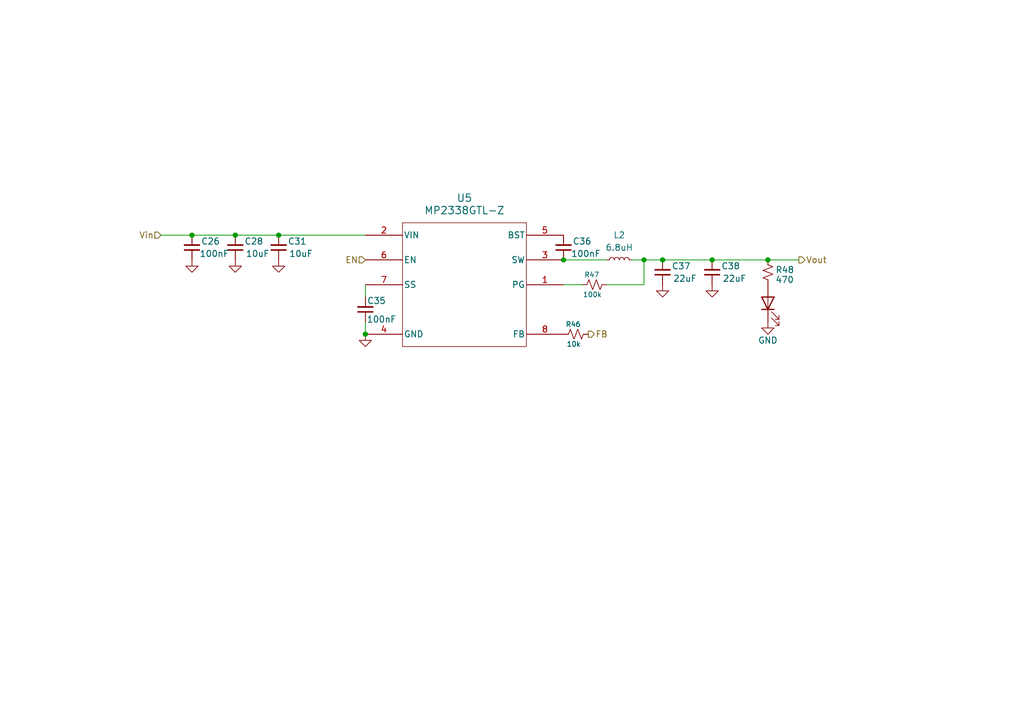
<source format=kicad_sch>
(kicad_sch (version 20250114) (generator "eeschema") (generator_version "9.0")
  (paper "A5")
  (lib_symbols
    (symbol "Device:C_Small" (pin_numbers (hide yes)) (pin_names (offset 0.254) (hide yes))
      (property "Reference" "C" (at 0.254 1.778 0))
      (property "Value" "C_Small" (at 0.254 -2.032 0))
      (symbol "C_Small_0_1"
        (polyline (pts (xy -1.524 0.508) (xy 1.524 0.508)) (stroke (width 0.3048)))
        (polyline (pts (xy -1.524 -0.508) (xy 1.524 -0.508)) (stroke (width 0.3302)))
      )
      (symbol "C_Small_1_1"
        (pin passive line (at 0 2.54 270) (length 2.032) (name "~") (number "1"))
        (pin passive line (at 0 -2.54 90) (length 2.032) (name "~") (number "2"))
      )
    )
    (symbol "Device:LED" (pin_numbers (hide yes)) (pin_names (offset 1.016) (hide yes))
      (property "Reference" "D" (at 0 2.54 0))
      (property "Value" "LED" (at 0 -2.54 0))
      (symbol "LED_0_1"
        (polyline (pts (xy -3.048 -0.762) (xy -4.572 -2.286) (xy -3.81 -2.286) (xy -4.572 -2.286) (xy -4.572 -1.524)))
        (polyline (pts (xy -1.778 -0.762) (xy -3.302 -2.286) (xy -2.54 -2.286) (xy -3.302 -2.286) (xy -3.302 -1.524)))
        (polyline (pts (xy -1.27 0) (xy 1.27 0)))
        (polyline (pts (xy -1.27 -1.27) (xy -1.27 1.27)) (stroke (width 0.254)))
        (polyline (pts (xy 1.27 -1.27) (xy 1.27 1.27) (xy -1.27 0) (xy 1.27 -1.27)) (stroke (width 0.254)))
      )
      (symbol "LED_1_1"
        (pin passive line (at -3.81 0 0) (length 2.54) (name "K") (number "1"))
        (pin passive line (at 3.81 0 180) (length 2.54) (name "A") (number "2"))
      )
    )
    (symbol "Device:L_Small" (pin_numbers (hide yes)) (pin_names (offset 0.254) (hide yes))
      (property "Reference" "L" (at 0.762 1.016 0))
      (property "Value" "L_Small" (at 0.762 -1.016 0))
      (symbol "L_Small_0_1"
        (arc (start 0 2.032) (mid 0.5058 1.524) (end 0 1.016))
        (arc (start 0 1.016) (mid 0.5058 0.508) (end 0 0))
        (arc (start 0 0) (mid 0.5058 -0.508) (end 0 -1.016))
        (arc (start 0 -1.016) (mid 0.5058 -1.524) (end 0 -2.032))
      )
      (symbol "L_Small_1_1"
        (pin passive line (at 0 2.54 270) (length 0.508) (name "~") (number "1"))
        (pin passive line (at 0 -2.54 90) (length 0.508) (name "~") (number "2"))
      )
    )
    (symbol "Device:R_Small_US" (pin_numbers (hide yes)) (pin_names (offset 0.254) (hide yes))
      (property "Reference" "R" (at 0.762 0.508 0))
      (property "Value" "R_Small_US" (at 0.762 -1.016 0))
      (symbol "R_Small_US_1_1"
        (polyline (pts (xy 0 1.524) (xy 1.016 1.143) (xy 0 0.762) (xy -1.016 0.381) (xy 0 0)))
        (polyline (pts (xy 0 0) (xy 1.016 -0.381) (xy 0 -0.762) (xy -1.016 -1.143) (xy 0 -1.524)))
        (pin passive line (at 0 2.54 270) (length 1.016) (name "~") (number "1"))
        (pin passive line (at 0 -2.54 90) (length 1.016) (name "~") (number "2"))
      )
    )
    (symbol "GND_12" (power) (pin_numbers (hide yes)) (pin_names (offset 0) (hide yes))
      (property "Value" "GND" (at 0 -3.81 0))
      (symbol "GND_12_0_1"
        (polyline (pts (xy 0 0) (xy 0 -1.27) (xy 1.27 -1.27) (xy 0 -2.54) (xy -1.27 -1.27) (xy 0 -1.27)))
      )
      (symbol "GND_12_1_1"
        (pin power_in line (at 0 0 270) (length 0) (name "~") (number "1"))
      )
    )
    (symbol "UCIRP-KiCAD-Lib:MP2338GTL-Z" (pin_names (offset 0.254))
      (property "Reference" "U" (at 20.32 10.16 0))
      (property "Value" "MP2338GTL-Z" (at 20.32 7.62 0))
      (symbol "MP2338GTL-Z_0_1"
        (polyline (pts (xy 7.62 5.08) (xy 7.62 -20.32)) (stroke (width 0.127)))
        (polyline (pts (xy 7.62 -20.32) (xy 33.02 -20.32)) (stroke (width 0.127)))
        (polyline (pts (xy 33.02 5.08) (xy 7.62 5.08)) (stroke (width 0.127)))
        (polyline (pts (xy 33.02 -20.32) (xy 33.02 5.08)) (stroke (width 0.127)))
        (pin power_in line (at 0 2.54 0) (length 7.62) (name "VIN") (number "2"))
        (pin input line (at 0 -2.54 0) (length 7.62) (name "EN") (number "6"))
        (pin unspecified line (at 0 -7.62 0) (length 7.62) (name "SS") (number "7"))
        (pin power_in line (at 0 -17.78 0) (length 7.62) (name "GND") (number "4"))
        (pin power_in line (at 40.64 2.54 180) (length 7.62) (name "BST") (number "5"))
        (pin output line (at 40.64 -2.54 180) (length 7.62) (name "SW") (number "3"))
        (pin output line (at 40.64 -7.62 180) (length 7.62) (name "PG") (number "1"))
        (pin output line (at 40.64 -17.78 180) (length 7.62) (name "FB") (number "8"))
      )
    )
    (symbol "power:GND" (power) (pin_names (offset 0))
      (property "Value" "GND" (at 0 -3.81 0))
      (symbol "GND_0_1"
        (polyline (pts (xy 0 0) (xy 0 -1.27) (xy 1.27 -1.27) (xy 0 -2.54) (xy -1.27 -1.27) (xy 0 -1.27)))
      )
      (symbol "GND_1_1"
        (pin power_in line (at 0 0 270) (length 0) (hide yes) (name "GND") (number "1"))
      )
    )
  )
  (junction (at 57.15 48.26))
  (junction (at 135.89 53.34))
  (junction (at 115.57 53.34))
  (junction (at 48.26 48.26))
  (junction (at 39.37 48.26))
  (junction (at 146.05 53.34))
  (junction (at 132.08 53.34))
  (junction (at 74.93 68.58))
  (junction (at 157.48 53.34))
  (wire (pts (xy 48.26 48.26) (xy 57.15 48.26)))
  (wire (pts (xy 129.54 53.34) (xy 132.08 53.34)))
  (wire (pts (xy 33.02 48.26) (xy 39.37 48.26)))
  (wire (pts (xy 119.38 58.42) (xy 115.57 58.42)))
  (wire (pts (xy 124.46 58.42) (xy 132.08 58.42)))
  (wire (pts (xy 115.57 53.34) (xy 124.46 53.34)))
  (wire (pts (xy 74.93 66.04) (xy 74.93 68.58)))
  (wire (pts (xy 74.93 60.96) (xy 74.93 58.42)))
  (wire (pts (xy 135.89 53.34) (xy 146.05 53.34)))
  (wire (pts (xy 132.08 53.34) (xy 132.08 58.42)))
  (wire (pts (xy 57.15 48.26) (xy 74.93 48.26)))
  (wire (pts (xy 146.05 53.34) (xy 157.48 53.34)))
  (wire (pts (xy 132.08 53.34) (xy 135.89 53.34)))
  (wire (pts (xy 157.48 53.34) (xy 163.83 53.34)))
  (wire (pts (xy 39.37 48.26) (xy 48.26 48.26)))
  (hierarchical_label "Vin" (shape input) (at 33.02 48.26 180))
  (hierarchical_label "FB" (shape output) (at 120.65 68.58 0))
  (hierarchical_label "EN" (shape input) (at 74.93 53.34 180))
  (hierarchical_label "Vout" (shape output) (at 163.83 53.34 0))
  (symbol (lib_id "Device:C_Small") (at 48.26 50.8 0) (mirror x) (unit 1)
    (property "Reference" "C28" (at 52.07 49.53 0))
    (property "Value" "10uF" (at 52.832 52.07 0))
    (property "Footprint" "Capacitor_SMD:C_0603_1608Metric" (effects (hide yes)))
    (property "Manufacturer" "Generic" (effects (hide yes)))
    (property "Part #" "Generic 0603 6.3V 100nF X7R MLCC" (effects (hide yes)))
    (instances (project "rc-plane" (path "" (reference "C28") (unit 1)) (path "" (reference "C49") (unit 1)) (path "" (reference "C40") (unit 1))))
  )
  (symbol (lib_id "Device:C_Small") (at 74.93 63.5 0) (mirror x) (unit 1)
    (property "Reference" "C35" (at 77.216 61.722 0))
    (property "Value" "100nF" (at 78.232 65.532 0))
    (property "Footprint" "Capacitor_SMD:C_0603_1608Metric" (effects (hide yes)))
    (property "Manufacturer" "Generic" (effects (hide yes)))
    (property "Part #" "Generic 0603 6.3V 100nF X7R MLCC" (effects (hide yes)))
    (instances (project "rc-plane" (path "" (reference "C35") (unit 1)) (path "" (reference "C51") (unit 1)) (path "" (reference "C43") (unit 1))))
  )
  (symbol (lib_id "Device:C_Small") (at 57.15 50.8 0) (mirror x) (unit 1)
    (property "Reference" "C31" (at 60.96 49.53 0))
    (property "Value" "10uF" (at 61.722 52.07 0))
    (property "Footprint" "Capacitor_SMD:C_0603_1608Metric" (effects (hide yes)))
    (property "Manufacturer" "Generic" (effects (hide yes)))
    (property "Part #" "Generic 0603 6.3V 100nF X7R MLCC" (effects (hide yes)))
    (instances (project "rc-plane" (path "" (reference "C31") (unit 1)) (path "" (reference "C50") (unit 1)) (path "" (reference "C41") (unit 1))))
  )
  (symbol (lib_name "GND_12") (lib_id "power:GND") (at 74.93 68.58 0) (unit 1)
    (property "Reference" "#PWR097" (effects (hide yes)))
    (property "Value" "GND" (effects (hide yes)))
    (property "Description" "Power symbol creates a global label with name \"GND\" , ground" (effects (hide yes)))
    (instances (project "rc-plane" (path "" (reference "#PWR097") (unit 1)) (path "" (reference "#PWR0134") (unit 1)) (path "" (reference "#PWR0140") (unit 1))))
  )
  (symbol (lib_id "Device:C_Small") (at 115.57 50.8 0) (mirror x) (unit 1)
    (property "Reference" "C36" (at 119.38 49.53 0))
    (property "Value" "100nF" (at 120.142 52.07 0))
    (property "Footprint" "Capacitor_SMD:C_0603_1608Metric" (effects (hide yes)))
    (property "Manufacturer" "Generic" (effects (hide yes)))
    (property "Part #" "Generic 0603 6.3V 100nF X7R MLCC" (effects (hide yes)))
    (instances (project "rc-plane" (path "" (reference "C36") (unit 1)) (path "" (reference "C52") (unit 1)) (path "" (reference "C44") (unit 1))))
  )
  (symbol (lib_id "Device:C_Small") (at 135.89 55.88 0) (mirror x) (unit 1)
    (property "Reference" "C37" (at 139.7 54.61 0))
    (property "Value" "22uF" (at 140.462 57.15 0))
    (property "Footprint" "Capacitor_SMD:C_0603_1608Metric" (effects (hide yes)))
    (property "Manufacturer" "Generic" (effects (hide yes)))
    (property "Part #" "Generic 0603 6.3V 100nF X7R MLCC" (effects (hide yes)))
    (instances (project "rc-plane" (path "" (reference "C37") (unit 1)) (path "" (reference "C53") (unit 1)) (path "" (reference "C45") (unit 1))))
  )
  (symbol (lib_id "Device:R_Small_US") (at 121.92 58.42 90) (unit 1)
    (property "Reference" "R47" (at 122.936 56.388 90) (effects (font (size 1.016 1.016)) (justify left)))
    (property "Value" "100k" (at 123.444 60.452 90) (effects (font (size 1.016 1.016)) (justify left)))
    (property "Footprint" "Resistor_SMD:R_0603_1608Metric" (effects (hide yes)))
    (property "Description" "Resistor, small US symbol" (effects (hide yes)))
    (instances (project "rc-plane" (path "" (reference "R47") (unit 1)) (path "" (reference "R55") (unit 1)) (path "" (reference "R52") (unit 1))))
  )
  (symbol (lib_id "power:GND") (at 157.48 66.04 0) (unit 1)
    (property "Reference" "#PWR0110" (effects (hide yes)))
    (property "Value" "GND" (at 157.48 69.85 0))
    (instances (project "rc-plane" (path "" (reference "#PWR0110") (unit 1)) (path "" (reference "#PWR0144") (unit 1)) (path "" (reference "#PWR0147") (unit 1))))
  )
  (symbol (lib_id "Device:R_Small_US") (at 157.48 55.88 0) (unit 1)
    (property "Reference" "R48" (at 159.004 55.372 0) (effects (justify left)))
    (property "Value" "470" (at 159.004 57.404 0) (effects (justify left)))
    (property "Footprint" "Resistor_SMD:R_0603_1608Metric" (effects (hide yes)))
    (property "Manufacturer" "Generic" (effects (hide yes)))
    (property "Part #" "Generic 0603 470 1% Resistor" (effects (hide yes)))
    (instances (project "rc-plane" (path "" (reference "R48") (unit 1)) (path "" (reference "R57") (unit 1)) (path "" (reference "R56") (unit 1))))
  )
  (symbol (lib_name "GND_12") (lib_id "power:GND") (at 146.05 58.42 0) (unit 1)
    (property "Reference" "#PWR0109" (effects (hide yes)))
    (property "Value" "GND" (effects (hide yes)))
    (property "Description" "Power symbol creates a global label with name \"GND\" , ground" (effects (hide yes)))
    (instances (project "rc-plane" (path "" (reference "#PWR0109") (unit 1)) (path "" (reference "#PWR0143") (unit 1)) (path "" (reference "#PWR0145") (unit 1))))
  )
  (symbol (lib_id "UCIRP-KiCAD-Lib:MP2338GTL-Z") (at 74.93 50.8 0) (unit 1)
    (property "Reference" "U5" (at 95.25 40.64 0) (effects (font (size 1.524 1.524))))
    (property "Value" "MP2338GTL-Z" (at 95.25 43.18 0) (effects (font (size 1.524 1.524))))
    (property "Footprint" "SOT583_MP2338_MNP" (effects (hide yes)))
    (property "Datasheet" "https://www.monolithicpower.com/en/documentview/productdocument/index/version/2/document_type/Datasheet/lang/en/sku/MP2338GTL" (effects (hide yes)))
    (instances (project "rc-plane" (path "" (reference "U5") (unit 1)) (path "" (reference "U13") (unit 1)) (path "" (reference "U12") (unit 1))))
  )
  (symbol (lib_name "GND_12") (lib_id "power:GND") (at 39.37 53.34 0) (unit 1)
    (property "Reference" "#PWR079" (effects (hide yes)))
    (property "Value" "GND" (effects (hide yes)))
    (property "Description" "Power symbol creates a global label with name \"GND\" , ground" (effects (hide yes)))
    (instances (project "rc-plane" (path "" (reference "#PWR079") (unit 1)) (path "" (reference "#PWR0113") (unit 1)) (path "" (reference "#PWR0136") (unit 1))))
  )
  (symbol (lib_id "Device:R_Small_US") (at 118.11 68.58 90) (unit 1)
    (property "Reference" "R46" (at 119.126 66.548 90) (effects (font (size 1.016 1.016)) (justify left)))
    (property "Value" "10k" (at 119.126 70.612 90) (effects (font (size 1.016 1.016)) (justify left)))
    (property "Footprint" "Resistor_SMD:R_0603_1608Metric" (effects (hide yes)))
    (property "Description" "Resistor, small US symbol" (effects (hide yes)))
    (instances (project "rc-plane" (path "" (reference "R46") (unit 1)) (path "" (reference "R49") (unit 1)) (path "" (reference "R53") (unit 1))))
  )
  (symbol (lib_id "Device:C_Small") (at 39.37 50.8 0) (mirror x) (unit 1)
    (property "Reference" "C26" (at 43.18 49.53 0))
    (property "Value" "100nF" (at 43.942 52.07 0))
    (property "Footprint" "Capacitor_SMD:C_0603_1608Metric" (effects (hide yes)))
    (property "Manufacturer" "Generic" (effects (hide yes)))
    (property "Part #" "Generic 0603 6.3V 100nF X7R MLCC" (effects (hide yes)))
    (instances (project "rc-plane" (path "" (reference "C26") (unit 1)) (path "" (reference "C46") (unit 1)) (path "" (reference "C39") (unit 1))))
  )
  (symbol (lib_name "GND_12") (lib_id "power:GND") (at 48.26 53.34 0) (unit 1)
    (property "Reference" "#PWR084" (effects (hide yes)))
    (property "Value" "GND" (effects (hide yes)))
    (property "Description" "Power symbol creates a global label with name \"GND\" , ground" (effects (hide yes)))
    (instances (project "rc-plane" (path "" (reference "#PWR084") (unit 1)) (path "" (reference "#PWR0131") (unit 1)) (path "" (reference "#PWR0137") (unit 1))))
  )
  (symbol (lib_id "Device:C_Small") (at 146.05 55.88 0) (mirror x) (unit 1)
    (property "Reference" "C38" (at 149.86 54.61 0))
    (property "Value" "22uF" (at 150.622 57.15 0))
    (property "Footprint" "Capacitor_SMD:C_0603_1608Metric" (effects (hide yes)))
    (property "Manufacturer" "Generic" (effects (hide yes)))
    (property "Part #" "Generic 0603 6.3V 100nF X7R MLCC" (effects (hide yes)))
    (instances (project "rc-plane" (path "" (reference "C38") (unit 1)) (path "" (reference "C54") (unit 1)) (path "" (reference "C47") (unit 1))))
  )
  (symbol (lib_id "Device:L_Small") (at 127 53.34 90) (unit 1)
    (property "Reference" "L2" (at 127 48.26 90))
    (property "Value" "6.8uH" (at 127 50.8 90))
    (property "Footprint" "UCIRP-KiCAD-Lib:IND_VLS6045EX-6R8M" (effects (hide yes)))
    (property "Datasheet" "https://www.digikey.com/en/products/detail/tdk-corporation/VLS6045EX-6R8M/5287380" (effects (hide yes)))
    (property "Description" "Inductor, small symbol" (effects (hide yes)))
    (instances (project "rc-plane" (path "" (reference "L2") (unit 1)) (path "" (reference "L4") (unit 1)) (path "" (reference "L3") (unit 1))))
  )
  (symbol (lib_name "GND_12") (lib_id "power:GND") (at 135.89 58.42 0) (unit 1)
    (property "Reference" "#PWR0100" (effects (hide yes)))
    (property "Value" "GND" (effects (hide yes)))
    (property "Description" "Power symbol creates a global label with name \"GND\" , ground" (effects (hide yes)))
    (instances (project "rc-plane" (path "" (reference "#PWR0100") (unit 1)) (path "" (reference "#PWR0141") (unit 1)) (path "" (reference "#PWR0142") (unit 1))))
  )
  (symbol (lib_name "GND_12") (lib_id "power:GND") (at 57.15 53.34 0) (unit 1)
    (property "Reference" "#PWR090" (effects (hide yes)))
    (property "Value" "GND" (effects (hide yes)))
    (property "Description" "Power symbol creates a global label with name \"GND\" , ground" (effects (hide yes)))
    (instances (project "rc-plane" (path "" (reference "#PWR090") (unit 1)) (path "" (reference "#PWR0133") (unit 1)) (path "" (reference "#PWR0138") (unit 1))))
  )
  (symbol (lib_id "Device:LED") (at 157.48 62.23 90) (unit 1)
    (property "Reference" "D11" (effects (hide yes)))
    (property "Value" "BLUE" (effects (hide yes)))
    (property "Footprint" "Diode_SMD:D_0603_1608Metric" (effects (hide yes)))
    (property "Manufacturer" "Generic" (effects (hide yes)))
    (property "Part #" "Generic Green LED" (effects (hide yes)))
    (instances (project "rc-plane" (path "" (reference "D11") (unit 1)) (path "" (reference "D13") (unit 1)) (path "" (reference "D12") (unit 1))))
  )
)
</source>
